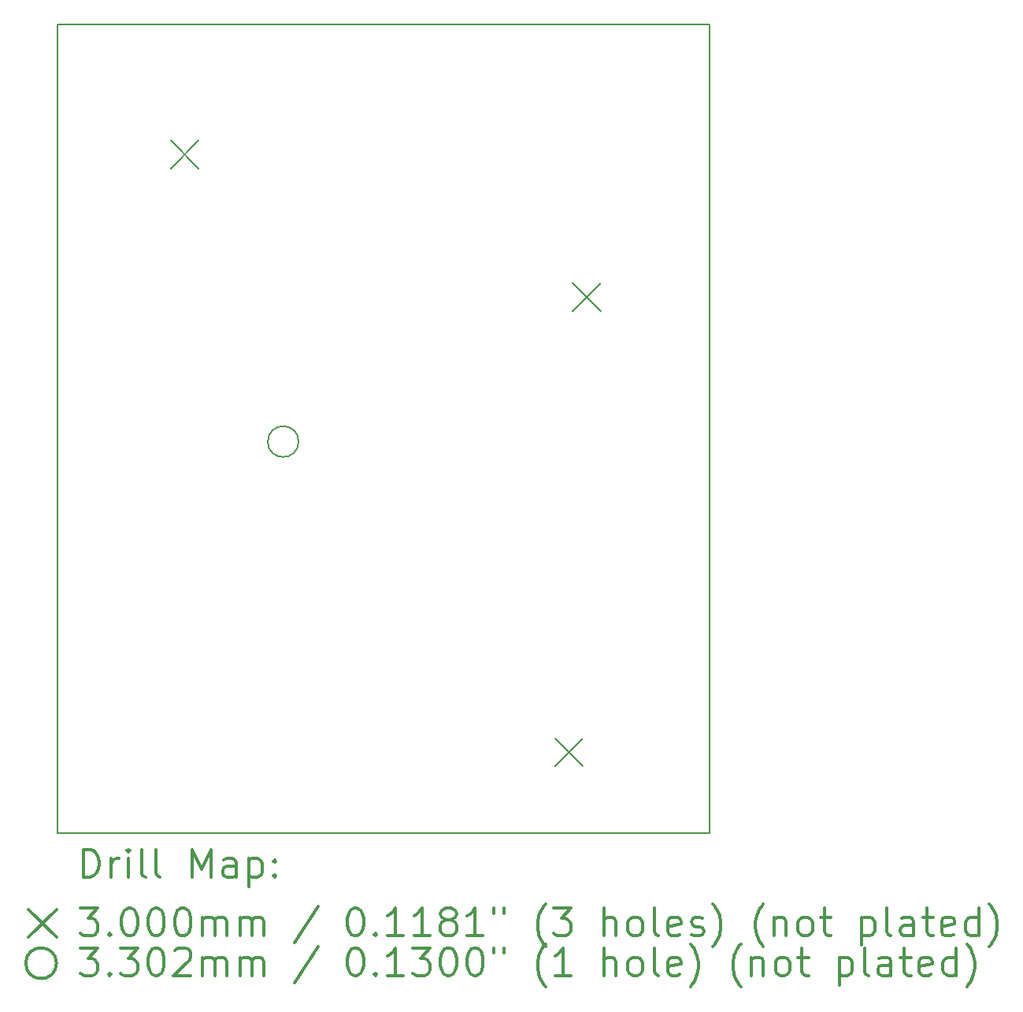
<source format=gbr>
%FSLAX45Y45*%
G04 Gerber Fmt 4.5, Leading zero omitted, Abs format (unit mm)*
G04 Created by KiCad (PCBNEW (5.1.10)-1) date 2021-12-02 21:28:20*
%MOMM*%
%LPD*%
G01*
G04 APERTURE LIST*
%TA.AperFunction,Profile*%
%ADD10C,0.152400*%
%TD*%
%ADD11C,0.200000*%
%ADD12C,0.300000*%
G04 APERTURE END LIST*
D10*
X18542000Y-6172200D02*
X18542000Y-14859000D01*
X11531600Y-6172200D02*
X18542000Y-6172200D01*
X11531600Y-14859000D02*
X11531600Y-6172200D01*
X18542000Y-14859000D02*
X11531600Y-14859000D01*
D11*
X12754216Y-7417676D02*
X13054216Y-7717676D01*
X13054216Y-7417676D02*
X12754216Y-7717676D01*
X16886288Y-13841844D02*
X17186288Y-14141844D01*
X17186288Y-13841844D02*
X16886288Y-14141844D01*
X17076280Y-8950820D02*
X17376280Y-9250820D01*
X17376280Y-8950820D02*
X17076280Y-9250820D01*
X14126210Y-10652760D02*
G75*
G03*
X14126210Y-10652760I-165100J0D01*
G01*
D12*
X11810408Y-15332334D02*
X11810408Y-15032334D01*
X11881837Y-15032334D01*
X11924694Y-15046620D01*
X11953266Y-15075191D01*
X11967551Y-15103763D01*
X11981837Y-15160906D01*
X11981837Y-15203763D01*
X11967551Y-15260906D01*
X11953266Y-15289477D01*
X11924694Y-15318049D01*
X11881837Y-15332334D01*
X11810408Y-15332334D01*
X12110408Y-15332334D02*
X12110408Y-15132334D01*
X12110408Y-15189477D02*
X12124694Y-15160906D01*
X12138980Y-15146620D01*
X12167551Y-15132334D01*
X12196123Y-15132334D01*
X12296123Y-15332334D02*
X12296123Y-15132334D01*
X12296123Y-15032334D02*
X12281837Y-15046620D01*
X12296123Y-15060906D01*
X12310408Y-15046620D01*
X12296123Y-15032334D01*
X12296123Y-15060906D01*
X12481837Y-15332334D02*
X12453266Y-15318049D01*
X12438980Y-15289477D01*
X12438980Y-15032334D01*
X12638980Y-15332334D02*
X12610408Y-15318049D01*
X12596123Y-15289477D01*
X12596123Y-15032334D01*
X12981837Y-15332334D02*
X12981837Y-15032334D01*
X13081837Y-15246620D01*
X13181837Y-15032334D01*
X13181837Y-15332334D01*
X13453266Y-15332334D02*
X13453266Y-15175191D01*
X13438980Y-15146620D01*
X13410408Y-15132334D01*
X13353266Y-15132334D01*
X13324694Y-15146620D01*
X13453266Y-15318049D02*
X13424694Y-15332334D01*
X13353266Y-15332334D01*
X13324694Y-15318049D01*
X13310408Y-15289477D01*
X13310408Y-15260906D01*
X13324694Y-15232334D01*
X13353266Y-15218049D01*
X13424694Y-15218049D01*
X13453266Y-15203763D01*
X13596123Y-15132334D02*
X13596123Y-15432334D01*
X13596123Y-15146620D02*
X13624694Y-15132334D01*
X13681837Y-15132334D01*
X13710408Y-15146620D01*
X13724694Y-15160906D01*
X13738980Y-15189477D01*
X13738980Y-15275191D01*
X13724694Y-15303763D01*
X13710408Y-15318049D01*
X13681837Y-15332334D01*
X13624694Y-15332334D01*
X13596123Y-15318049D01*
X13867551Y-15303763D02*
X13881837Y-15318049D01*
X13867551Y-15332334D01*
X13853266Y-15318049D01*
X13867551Y-15303763D01*
X13867551Y-15332334D01*
X13867551Y-15146620D02*
X13881837Y-15160906D01*
X13867551Y-15175191D01*
X13853266Y-15160906D01*
X13867551Y-15146620D01*
X13867551Y-15175191D01*
X11223980Y-15676620D02*
X11523980Y-15976620D01*
X11523980Y-15676620D02*
X11223980Y-15976620D01*
X11781837Y-15662334D02*
X11967551Y-15662334D01*
X11867551Y-15776620D01*
X11910408Y-15776620D01*
X11938980Y-15790906D01*
X11953266Y-15805191D01*
X11967551Y-15833763D01*
X11967551Y-15905191D01*
X11953266Y-15933763D01*
X11938980Y-15948049D01*
X11910408Y-15962334D01*
X11824694Y-15962334D01*
X11796123Y-15948049D01*
X11781837Y-15933763D01*
X12096123Y-15933763D02*
X12110408Y-15948049D01*
X12096123Y-15962334D01*
X12081837Y-15948049D01*
X12096123Y-15933763D01*
X12096123Y-15962334D01*
X12296123Y-15662334D02*
X12324694Y-15662334D01*
X12353266Y-15676620D01*
X12367551Y-15690906D01*
X12381837Y-15719477D01*
X12396123Y-15776620D01*
X12396123Y-15848049D01*
X12381837Y-15905191D01*
X12367551Y-15933763D01*
X12353266Y-15948049D01*
X12324694Y-15962334D01*
X12296123Y-15962334D01*
X12267551Y-15948049D01*
X12253266Y-15933763D01*
X12238980Y-15905191D01*
X12224694Y-15848049D01*
X12224694Y-15776620D01*
X12238980Y-15719477D01*
X12253266Y-15690906D01*
X12267551Y-15676620D01*
X12296123Y-15662334D01*
X12581837Y-15662334D02*
X12610408Y-15662334D01*
X12638980Y-15676620D01*
X12653266Y-15690906D01*
X12667551Y-15719477D01*
X12681837Y-15776620D01*
X12681837Y-15848049D01*
X12667551Y-15905191D01*
X12653266Y-15933763D01*
X12638980Y-15948049D01*
X12610408Y-15962334D01*
X12581837Y-15962334D01*
X12553266Y-15948049D01*
X12538980Y-15933763D01*
X12524694Y-15905191D01*
X12510408Y-15848049D01*
X12510408Y-15776620D01*
X12524694Y-15719477D01*
X12538980Y-15690906D01*
X12553266Y-15676620D01*
X12581837Y-15662334D01*
X12867551Y-15662334D02*
X12896123Y-15662334D01*
X12924694Y-15676620D01*
X12938980Y-15690906D01*
X12953266Y-15719477D01*
X12967551Y-15776620D01*
X12967551Y-15848049D01*
X12953266Y-15905191D01*
X12938980Y-15933763D01*
X12924694Y-15948049D01*
X12896123Y-15962334D01*
X12867551Y-15962334D01*
X12838980Y-15948049D01*
X12824694Y-15933763D01*
X12810408Y-15905191D01*
X12796123Y-15848049D01*
X12796123Y-15776620D01*
X12810408Y-15719477D01*
X12824694Y-15690906D01*
X12838980Y-15676620D01*
X12867551Y-15662334D01*
X13096123Y-15962334D02*
X13096123Y-15762334D01*
X13096123Y-15790906D02*
X13110408Y-15776620D01*
X13138980Y-15762334D01*
X13181837Y-15762334D01*
X13210408Y-15776620D01*
X13224694Y-15805191D01*
X13224694Y-15962334D01*
X13224694Y-15805191D02*
X13238980Y-15776620D01*
X13267551Y-15762334D01*
X13310408Y-15762334D01*
X13338980Y-15776620D01*
X13353266Y-15805191D01*
X13353266Y-15962334D01*
X13496123Y-15962334D02*
X13496123Y-15762334D01*
X13496123Y-15790906D02*
X13510408Y-15776620D01*
X13538980Y-15762334D01*
X13581837Y-15762334D01*
X13610408Y-15776620D01*
X13624694Y-15805191D01*
X13624694Y-15962334D01*
X13624694Y-15805191D02*
X13638980Y-15776620D01*
X13667551Y-15762334D01*
X13710408Y-15762334D01*
X13738980Y-15776620D01*
X13753266Y-15805191D01*
X13753266Y-15962334D01*
X14338980Y-15648049D02*
X14081837Y-16033763D01*
X14724694Y-15662334D02*
X14753266Y-15662334D01*
X14781837Y-15676620D01*
X14796123Y-15690906D01*
X14810408Y-15719477D01*
X14824694Y-15776620D01*
X14824694Y-15848049D01*
X14810408Y-15905191D01*
X14796123Y-15933763D01*
X14781837Y-15948049D01*
X14753266Y-15962334D01*
X14724694Y-15962334D01*
X14696123Y-15948049D01*
X14681837Y-15933763D01*
X14667551Y-15905191D01*
X14653266Y-15848049D01*
X14653266Y-15776620D01*
X14667551Y-15719477D01*
X14681837Y-15690906D01*
X14696123Y-15676620D01*
X14724694Y-15662334D01*
X14953266Y-15933763D02*
X14967551Y-15948049D01*
X14953266Y-15962334D01*
X14938980Y-15948049D01*
X14953266Y-15933763D01*
X14953266Y-15962334D01*
X15253266Y-15962334D02*
X15081837Y-15962334D01*
X15167551Y-15962334D02*
X15167551Y-15662334D01*
X15138980Y-15705191D01*
X15110408Y-15733763D01*
X15081837Y-15748049D01*
X15538980Y-15962334D02*
X15367551Y-15962334D01*
X15453266Y-15962334D02*
X15453266Y-15662334D01*
X15424694Y-15705191D01*
X15396123Y-15733763D01*
X15367551Y-15748049D01*
X15710408Y-15790906D02*
X15681837Y-15776620D01*
X15667551Y-15762334D01*
X15653266Y-15733763D01*
X15653266Y-15719477D01*
X15667551Y-15690906D01*
X15681837Y-15676620D01*
X15710408Y-15662334D01*
X15767551Y-15662334D01*
X15796123Y-15676620D01*
X15810408Y-15690906D01*
X15824694Y-15719477D01*
X15824694Y-15733763D01*
X15810408Y-15762334D01*
X15796123Y-15776620D01*
X15767551Y-15790906D01*
X15710408Y-15790906D01*
X15681837Y-15805191D01*
X15667551Y-15819477D01*
X15653266Y-15848049D01*
X15653266Y-15905191D01*
X15667551Y-15933763D01*
X15681837Y-15948049D01*
X15710408Y-15962334D01*
X15767551Y-15962334D01*
X15796123Y-15948049D01*
X15810408Y-15933763D01*
X15824694Y-15905191D01*
X15824694Y-15848049D01*
X15810408Y-15819477D01*
X15796123Y-15805191D01*
X15767551Y-15790906D01*
X16110408Y-15962334D02*
X15938980Y-15962334D01*
X16024694Y-15962334D02*
X16024694Y-15662334D01*
X15996123Y-15705191D01*
X15967551Y-15733763D01*
X15938980Y-15748049D01*
X16224694Y-15662334D02*
X16224694Y-15719477D01*
X16338980Y-15662334D02*
X16338980Y-15719477D01*
X16781837Y-16076620D02*
X16767551Y-16062334D01*
X16738980Y-16019477D01*
X16724694Y-15990906D01*
X16710408Y-15948049D01*
X16696123Y-15876620D01*
X16696123Y-15819477D01*
X16710408Y-15748049D01*
X16724694Y-15705191D01*
X16738980Y-15676620D01*
X16767551Y-15633763D01*
X16781837Y-15619477D01*
X16867551Y-15662334D02*
X17053266Y-15662334D01*
X16953266Y-15776620D01*
X16996123Y-15776620D01*
X17024694Y-15790906D01*
X17038980Y-15805191D01*
X17053266Y-15833763D01*
X17053266Y-15905191D01*
X17038980Y-15933763D01*
X17024694Y-15948049D01*
X16996123Y-15962334D01*
X16910408Y-15962334D01*
X16881837Y-15948049D01*
X16867551Y-15933763D01*
X17410408Y-15962334D02*
X17410408Y-15662334D01*
X17538980Y-15962334D02*
X17538980Y-15805191D01*
X17524694Y-15776620D01*
X17496123Y-15762334D01*
X17453266Y-15762334D01*
X17424694Y-15776620D01*
X17410408Y-15790906D01*
X17724694Y-15962334D02*
X17696123Y-15948049D01*
X17681837Y-15933763D01*
X17667551Y-15905191D01*
X17667551Y-15819477D01*
X17681837Y-15790906D01*
X17696123Y-15776620D01*
X17724694Y-15762334D01*
X17767551Y-15762334D01*
X17796123Y-15776620D01*
X17810408Y-15790906D01*
X17824694Y-15819477D01*
X17824694Y-15905191D01*
X17810408Y-15933763D01*
X17796123Y-15948049D01*
X17767551Y-15962334D01*
X17724694Y-15962334D01*
X17996123Y-15962334D02*
X17967551Y-15948049D01*
X17953266Y-15919477D01*
X17953266Y-15662334D01*
X18224694Y-15948049D02*
X18196123Y-15962334D01*
X18138980Y-15962334D01*
X18110408Y-15948049D01*
X18096123Y-15919477D01*
X18096123Y-15805191D01*
X18110408Y-15776620D01*
X18138980Y-15762334D01*
X18196123Y-15762334D01*
X18224694Y-15776620D01*
X18238980Y-15805191D01*
X18238980Y-15833763D01*
X18096123Y-15862334D01*
X18353266Y-15948049D02*
X18381837Y-15962334D01*
X18438980Y-15962334D01*
X18467551Y-15948049D01*
X18481837Y-15919477D01*
X18481837Y-15905191D01*
X18467551Y-15876620D01*
X18438980Y-15862334D01*
X18396123Y-15862334D01*
X18367551Y-15848049D01*
X18353266Y-15819477D01*
X18353266Y-15805191D01*
X18367551Y-15776620D01*
X18396123Y-15762334D01*
X18438980Y-15762334D01*
X18467551Y-15776620D01*
X18581837Y-16076620D02*
X18596123Y-16062334D01*
X18624694Y-16019477D01*
X18638980Y-15990906D01*
X18653266Y-15948049D01*
X18667551Y-15876620D01*
X18667551Y-15819477D01*
X18653266Y-15748049D01*
X18638980Y-15705191D01*
X18624694Y-15676620D01*
X18596123Y-15633763D01*
X18581837Y-15619477D01*
X19124694Y-16076620D02*
X19110408Y-16062334D01*
X19081837Y-16019477D01*
X19067551Y-15990906D01*
X19053266Y-15948049D01*
X19038980Y-15876620D01*
X19038980Y-15819477D01*
X19053266Y-15748049D01*
X19067551Y-15705191D01*
X19081837Y-15676620D01*
X19110408Y-15633763D01*
X19124694Y-15619477D01*
X19238980Y-15762334D02*
X19238980Y-15962334D01*
X19238980Y-15790906D02*
X19253266Y-15776620D01*
X19281837Y-15762334D01*
X19324694Y-15762334D01*
X19353266Y-15776620D01*
X19367551Y-15805191D01*
X19367551Y-15962334D01*
X19553266Y-15962334D02*
X19524694Y-15948049D01*
X19510408Y-15933763D01*
X19496123Y-15905191D01*
X19496123Y-15819477D01*
X19510408Y-15790906D01*
X19524694Y-15776620D01*
X19553266Y-15762334D01*
X19596123Y-15762334D01*
X19624694Y-15776620D01*
X19638980Y-15790906D01*
X19653266Y-15819477D01*
X19653266Y-15905191D01*
X19638980Y-15933763D01*
X19624694Y-15948049D01*
X19596123Y-15962334D01*
X19553266Y-15962334D01*
X19738980Y-15762334D02*
X19853266Y-15762334D01*
X19781837Y-15662334D02*
X19781837Y-15919477D01*
X19796123Y-15948049D01*
X19824694Y-15962334D01*
X19853266Y-15962334D01*
X20181837Y-15762334D02*
X20181837Y-16062334D01*
X20181837Y-15776620D02*
X20210408Y-15762334D01*
X20267551Y-15762334D01*
X20296123Y-15776620D01*
X20310408Y-15790906D01*
X20324694Y-15819477D01*
X20324694Y-15905191D01*
X20310408Y-15933763D01*
X20296123Y-15948049D01*
X20267551Y-15962334D01*
X20210408Y-15962334D01*
X20181837Y-15948049D01*
X20496123Y-15962334D02*
X20467551Y-15948049D01*
X20453266Y-15919477D01*
X20453266Y-15662334D01*
X20738980Y-15962334D02*
X20738980Y-15805191D01*
X20724694Y-15776620D01*
X20696123Y-15762334D01*
X20638980Y-15762334D01*
X20610408Y-15776620D01*
X20738980Y-15948049D02*
X20710408Y-15962334D01*
X20638980Y-15962334D01*
X20610408Y-15948049D01*
X20596123Y-15919477D01*
X20596123Y-15890906D01*
X20610408Y-15862334D01*
X20638980Y-15848049D01*
X20710408Y-15848049D01*
X20738980Y-15833763D01*
X20838980Y-15762334D02*
X20953266Y-15762334D01*
X20881837Y-15662334D02*
X20881837Y-15919477D01*
X20896123Y-15948049D01*
X20924694Y-15962334D01*
X20953266Y-15962334D01*
X21167551Y-15948049D02*
X21138980Y-15962334D01*
X21081837Y-15962334D01*
X21053266Y-15948049D01*
X21038980Y-15919477D01*
X21038980Y-15805191D01*
X21053266Y-15776620D01*
X21081837Y-15762334D01*
X21138980Y-15762334D01*
X21167551Y-15776620D01*
X21181837Y-15805191D01*
X21181837Y-15833763D01*
X21038980Y-15862334D01*
X21438980Y-15962334D02*
X21438980Y-15662334D01*
X21438980Y-15948049D02*
X21410408Y-15962334D01*
X21353266Y-15962334D01*
X21324694Y-15948049D01*
X21310408Y-15933763D01*
X21296123Y-15905191D01*
X21296123Y-15819477D01*
X21310408Y-15790906D01*
X21324694Y-15776620D01*
X21353266Y-15762334D01*
X21410408Y-15762334D01*
X21438980Y-15776620D01*
X21553266Y-16076620D02*
X21567551Y-16062334D01*
X21596123Y-16019477D01*
X21610408Y-15990906D01*
X21624694Y-15948049D01*
X21638980Y-15876620D01*
X21638980Y-15819477D01*
X21624694Y-15748049D01*
X21610408Y-15705191D01*
X21596123Y-15676620D01*
X21567551Y-15633763D01*
X21553266Y-15619477D01*
X11523980Y-16256620D02*
G75*
G03*
X11523980Y-16256620I-165100J0D01*
G01*
X11781837Y-16092334D02*
X11967551Y-16092334D01*
X11867551Y-16206620D01*
X11910408Y-16206620D01*
X11938980Y-16220906D01*
X11953266Y-16235191D01*
X11967551Y-16263763D01*
X11967551Y-16335191D01*
X11953266Y-16363763D01*
X11938980Y-16378049D01*
X11910408Y-16392334D01*
X11824694Y-16392334D01*
X11796123Y-16378049D01*
X11781837Y-16363763D01*
X12096123Y-16363763D02*
X12110408Y-16378049D01*
X12096123Y-16392334D01*
X12081837Y-16378049D01*
X12096123Y-16363763D01*
X12096123Y-16392334D01*
X12210408Y-16092334D02*
X12396123Y-16092334D01*
X12296123Y-16206620D01*
X12338980Y-16206620D01*
X12367551Y-16220906D01*
X12381837Y-16235191D01*
X12396123Y-16263763D01*
X12396123Y-16335191D01*
X12381837Y-16363763D01*
X12367551Y-16378049D01*
X12338980Y-16392334D01*
X12253266Y-16392334D01*
X12224694Y-16378049D01*
X12210408Y-16363763D01*
X12581837Y-16092334D02*
X12610408Y-16092334D01*
X12638980Y-16106620D01*
X12653266Y-16120906D01*
X12667551Y-16149477D01*
X12681837Y-16206620D01*
X12681837Y-16278049D01*
X12667551Y-16335191D01*
X12653266Y-16363763D01*
X12638980Y-16378049D01*
X12610408Y-16392334D01*
X12581837Y-16392334D01*
X12553266Y-16378049D01*
X12538980Y-16363763D01*
X12524694Y-16335191D01*
X12510408Y-16278049D01*
X12510408Y-16206620D01*
X12524694Y-16149477D01*
X12538980Y-16120906D01*
X12553266Y-16106620D01*
X12581837Y-16092334D01*
X12796123Y-16120906D02*
X12810408Y-16106620D01*
X12838980Y-16092334D01*
X12910408Y-16092334D01*
X12938980Y-16106620D01*
X12953266Y-16120906D01*
X12967551Y-16149477D01*
X12967551Y-16178049D01*
X12953266Y-16220906D01*
X12781837Y-16392334D01*
X12967551Y-16392334D01*
X13096123Y-16392334D02*
X13096123Y-16192334D01*
X13096123Y-16220906D02*
X13110408Y-16206620D01*
X13138980Y-16192334D01*
X13181837Y-16192334D01*
X13210408Y-16206620D01*
X13224694Y-16235191D01*
X13224694Y-16392334D01*
X13224694Y-16235191D02*
X13238980Y-16206620D01*
X13267551Y-16192334D01*
X13310408Y-16192334D01*
X13338980Y-16206620D01*
X13353266Y-16235191D01*
X13353266Y-16392334D01*
X13496123Y-16392334D02*
X13496123Y-16192334D01*
X13496123Y-16220906D02*
X13510408Y-16206620D01*
X13538980Y-16192334D01*
X13581837Y-16192334D01*
X13610408Y-16206620D01*
X13624694Y-16235191D01*
X13624694Y-16392334D01*
X13624694Y-16235191D02*
X13638980Y-16206620D01*
X13667551Y-16192334D01*
X13710408Y-16192334D01*
X13738980Y-16206620D01*
X13753266Y-16235191D01*
X13753266Y-16392334D01*
X14338980Y-16078049D02*
X14081837Y-16463763D01*
X14724694Y-16092334D02*
X14753266Y-16092334D01*
X14781837Y-16106620D01*
X14796123Y-16120906D01*
X14810408Y-16149477D01*
X14824694Y-16206620D01*
X14824694Y-16278049D01*
X14810408Y-16335191D01*
X14796123Y-16363763D01*
X14781837Y-16378049D01*
X14753266Y-16392334D01*
X14724694Y-16392334D01*
X14696123Y-16378049D01*
X14681837Y-16363763D01*
X14667551Y-16335191D01*
X14653266Y-16278049D01*
X14653266Y-16206620D01*
X14667551Y-16149477D01*
X14681837Y-16120906D01*
X14696123Y-16106620D01*
X14724694Y-16092334D01*
X14953266Y-16363763D02*
X14967551Y-16378049D01*
X14953266Y-16392334D01*
X14938980Y-16378049D01*
X14953266Y-16363763D01*
X14953266Y-16392334D01*
X15253266Y-16392334D02*
X15081837Y-16392334D01*
X15167551Y-16392334D02*
X15167551Y-16092334D01*
X15138980Y-16135191D01*
X15110408Y-16163763D01*
X15081837Y-16178049D01*
X15353266Y-16092334D02*
X15538980Y-16092334D01*
X15438980Y-16206620D01*
X15481837Y-16206620D01*
X15510408Y-16220906D01*
X15524694Y-16235191D01*
X15538980Y-16263763D01*
X15538980Y-16335191D01*
X15524694Y-16363763D01*
X15510408Y-16378049D01*
X15481837Y-16392334D01*
X15396123Y-16392334D01*
X15367551Y-16378049D01*
X15353266Y-16363763D01*
X15724694Y-16092334D02*
X15753266Y-16092334D01*
X15781837Y-16106620D01*
X15796123Y-16120906D01*
X15810408Y-16149477D01*
X15824694Y-16206620D01*
X15824694Y-16278049D01*
X15810408Y-16335191D01*
X15796123Y-16363763D01*
X15781837Y-16378049D01*
X15753266Y-16392334D01*
X15724694Y-16392334D01*
X15696123Y-16378049D01*
X15681837Y-16363763D01*
X15667551Y-16335191D01*
X15653266Y-16278049D01*
X15653266Y-16206620D01*
X15667551Y-16149477D01*
X15681837Y-16120906D01*
X15696123Y-16106620D01*
X15724694Y-16092334D01*
X16010408Y-16092334D02*
X16038980Y-16092334D01*
X16067551Y-16106620D01*
X16081837Y-16120906D01*
X16096123Y-16149477D01*
X16110408Y-16206620D01*
X16110408Y-16278049D01*
X16096123Y-16335191D01*
X16081837Y-16363763D01*
X16067551Y-16378049D01*
X16038980Y-16392334D01*
X16010408Y-16392334D01*
X15981837Y-16378049D01*
X15967551Y-16363763D01*
X15953266Y-16335191D01*
X15938980Y-16278049D01*
X15938980Y-16206620D01*
X15953266Y-16149477D01*
X15967551Y-16120906D01*
X15981837Y-16106620D01*
X16010408Y-16092334D01*
X16224694Y-16092334D02*
X16224694Y-16149477D01*
X16338980Y-16092334D02*
X16338980Y-16149477D01*
X16781837Y-16506620D02*
X16767551Y-16492334D01*
X16738980Y-16449477D01*
X16724694Y-16420906D01*
X16710408Y-16378049D01*
X16696123Y-16306620D01*
X16696123Y-16249477D01*
X16710408Y-16178049D01*
X16724694Y-16135191D01*
X16738980Y-16106620D01*
X16767551Y-16063763D01*
X16781837Y-16049477D01*
X17053266Y-16392334D02*
X16881837Y-16392334D01*
X16967551Y-16392334D02*
X16967551Y-16092334D01*
X16938980Y-16135191D01*
X16910408Y-16163763D01*
X16881837Y-16178049D01*
X17410408Y-16392334D02*
X17410408Y-16092334D01*
X17538980Y-16392334D02*
X17538980Y-16235191D01*
X17524694Y-16206620D01*
X17496123Y-16192334D01*
X17453266Y-16192334D01*
X17424694Y-16206620D01*
X17410408Y-16220906D01*
X17724694Y-16392334D02*
X17696123Y-16378049D01*
X17681837Y-16363763D01*
X17667551Y-16335191D01*
X17667551Y-16249477D01*
X17681837Y-16220906D01*
X17696123Y-16206620D01*
X17724694Y-16192334D01*
X17767551Y-16192334D01*
X17796123Y-16206620D01*
X17810408Y-16220906D01*
X17824694Y-16249477D01*
X17824694Y-16335191D01*
X17810408Y-16363763D01*
X17796123Y-16378049D01*
X17767551Y-16392334D01*
X17724694Y-16392334D01*
X17996123Y-16392334D02*
X17967551Y-16378049D01*
X17953266Y-16349477D01*
X17953266Y-16092334D01*
X18224694Y-16378049D02*
X18196123Y-16392334D01*
X18138980Y-16392334D01*
X18110408Y-16378049D01*
X18096123Y-16349477D01*
X18096123Y-16235191D01*
X18110408Y-16206620D01*
X18138980Y-16192334D01*
X18196123Y-16192334D01*
X18224694Y-16206620D01*
X18238980Y-16235191D01*
X18238980Y-16263763D01*
X18096123Y-16292334D01*
X18338980Y-16506620D02*
X18353266Y-16492334D01*
X18381837Y-16449477D01*
X18396123Y-16420906D01*
X18410408Y-16378049D01*
X18424694Y-16306620D01*
X18424694Y-16249477D01*
X18410408Y-16178049D01*
X18396123Y-16135191D01*
X18381837Y-16106620D01*
X18353266Y-16063763D01*
X18338980Y-16049477D01*
X18881837Y-16506620D02*
X18867551Y-16492334D01*
X18838980Y-16449477D01*
X18824694Y-16420906D01*
X18810408Y-16378049D01*
X18796123Y-16306620D01*
X18796123Y-16249477D01*
X18810408Y-16178049D01*
X18824694Y-16135191D01*
X18838980Y-16106620D01*
X18867551Y-16063763D01*
X18881837Y-16049477D01*
X18996123Y-16192334D02*
X18996123Y-16392334D01*
X18996123Y-16220906D02*
X19010408Y-16206620D01*
X19038980Y-16192334D01*
X19081837Y-16192334D01*
X19110408Y-16206620D01*
X19124694Y-16235191D01*
X19124694Y-16392334D01*
X19310408Y-16392334D02*
X19281837Y-16378049D01*
X19267551Y-16363763D01*
X19253266Y-16335191D01*
X19253266Y-16249477D01*
X19267551Y-16220906D01*
X19281837Y-16206620D01*
X19310408Y-16192334D01*
X19353266Y-16192334D01*
X19381837Y-16206620D01*
X19396123Y-16220906D01*
X19410408Y-16249477D01*
X19410408Y-16335191D01*
X19396123Y-16363763D01*
X19381837Y-16378049D01*
X19353266Y-16392334D01*
X19310408Y-16392334D01*
X19496123Y-16192334D02*
X19610408Y-16192334D01*
X19538980Y-16092334D02*
X19538980Y-16349477D01*
X19553266Y-16378049D01*
X19581837Y-16392334D01*
X19610408Y-16392334D01*
X19938980Y-16192334D02*
X19938980Y-16492334D01*
X19938980Y-16206620D02*
X19967551Y-16192334D01*
X20024694Y-16192334D01*
X20053266Y-16206620D01*
X20067551Y-16220906D01*
X20081837Y-16249477D01*
X20081837Y-16335191D01*
X20067551Y-16363763D01*
X20053266Y-16378049D01*
X20024694Y-16392334D01*
X19967551Y-16392334D01*
X19938980Y-16378049D01*
X20253266Y-16392334D02*
X20224694Y-16378049D01*
X20210408Y-16349477D01*
X20210408Y-16092334D01*
X20496123Y-16392334D02*
X20496123Y-16235191D01*
X20481837Y-16206620D01*
X20453266Y-16192334D01*
X20396123Y-16192334D01*
X20367551Y-16206620D01*
X20496123Y-16378049D02*
X20467551Y-16392334D01*
X20396123Y-16392334D01*
X20367551Y-16378049D01*
X20353266Y-16349477D01*
X20353266Y-16320906D01*
X20367551Y-16292334D01*
X20396123Y-16278049D01*
X20467551Y-16278049D01*
X20496123Y-16263763D01*
X20596123Y-16192334D02*
X20710408Y-16192334D01*
X20638980Y-16092334D02*
X20638980Y-16349477D01*
X20653266Y-16378049D01*
X20681837Y-16392334D01*
X20710408Y-16392334D01*
X20924694Y-16378049D02*
X20896123Y-16392334D01*
X20838980Y-16392334D01*
X20810408Y-16378049D01*
X20796123Y-16349477D01*
X20796123Y-16235191D01*
X20810408Y-16206620D01*
X20838980Y-16192334D01*
X20896123Y-16192334D01*
X20924694Y-16206620D01*
X20938980Y-16235191D01*
X20938980Y-16263763D01*
X20796123Y-16292334D01*
X21196123Y-16392334D02*
X21196123Y-16092334D01*
X21196123Y-16378049D02*
X21167551Y-16392334D01*
X21110408Y-16392334D01*
X21081837Y-16378049D01*
X21067551Y-16363763D01*
X21053266Y-16335191D01*
X21053266Y-16249477D01*
X21067551Y-16220906D01*
X21081837Y-16206620D01*
X21110408Y-16192334D01*
X21167551Y-16192334D01*
X21196123Y-16206620D01*
X21310408Y-16506620D02*
X21324694Y-16492334D01*
X21353266Y-16449477D01*
X21367551Y-16420906D01*
X21381837Y-16378049D01*
X21396123Y-16306620D01*
X21396123Y-16249477D01*
X21381837Y-16178049D01*
X21367551Y-16135191D01*
X21353266Y-16106620D01*
X21324694Y-16063763D01*
X21310408Y-16049477D01*
M02*

</source>
